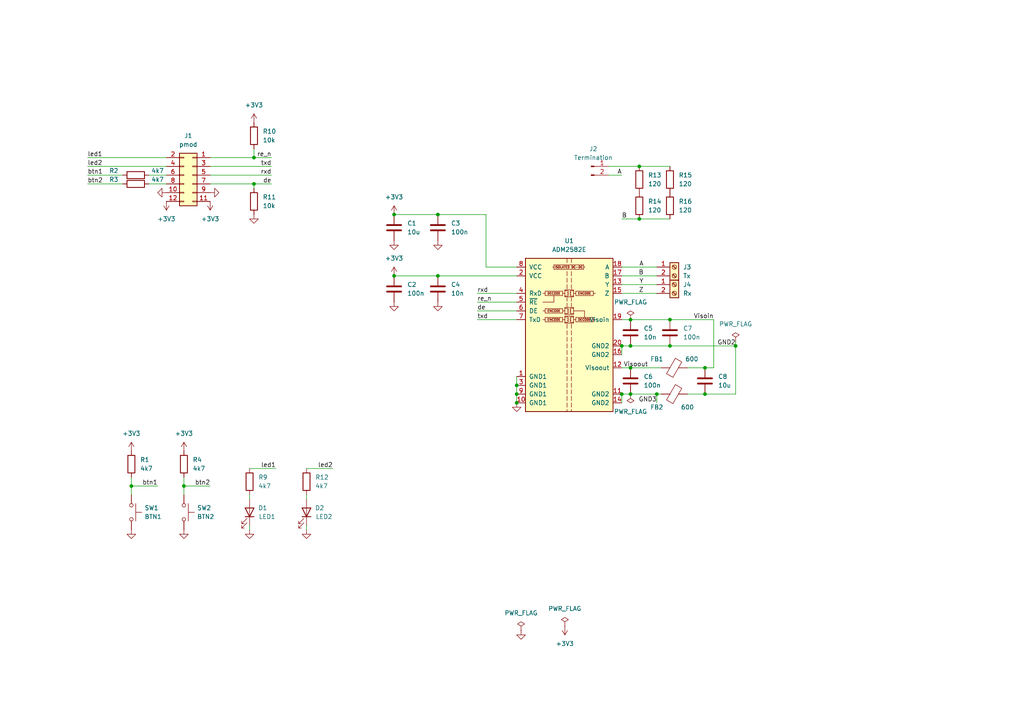
<source format=kicad_sch>
(kicad_sch (version 20230121) (generator eeschema)
  (paper "A4")
  (title_block (title "RS-485 PMOD Module") (date "2023-12-16") (rev "1.0") (company "S59MZ"))
  (lib_symbols
    (symbol "Connector:Conn_01x02_Pin" (pin_names (offset 1.016) hide)
      (property "Reference" "J" (at 0 2.54 0))
      (property "Value" "Conn_01x02_Pin" (at 0 -5.08 0))
      (symbol "Conn_01x02_Pin_1_1"
        (polyline (pts (xy 1.27 -2.54) (xy 0.8636 -2.54)) (stroke (width 0.1524)))
        (polyline (pts (xy 1.27 0) (xy 0.8636 0)) (stroke (width 0.1524)))
        (rectangle (start 0.8636 -2.413) (end 0 -2.667) (stroke (width 0.1524)) (fill (type outline)))
        (rectangle (start 0.8636 0.127) (end 0 -0.127) (stroke (width 0.1524)) (fill (type outline)))
        (pin passive line (at 5.08 0 180) (length 3.81) (name "Pin_1") (number "1"))
        (pin passive line (at 5.08 -2.54 180) (length 3.81) (name "Pin_2") (number "2"))
      )
    )
    (symbol "Connector:Screw_Terminal_01x02" (pin_names (offset 1.016) hide)
      (property "Reference" "J" (at 0 2.54 0))
      (property "Value" "Screw_Terminal_01x02" (at 0 -5.08 0))
      (symbol "Screw_Terminal_01x02_1_1"
        (rectangle (start -1.27 1.27) (end 1.27 -3.81) (stroke (width 0.254)) (fill (type background)))
        (circle (center 0 -2.54) (radius 0.635) (stroke (width 0.1524)))
        (polyline (pts (xy -0.5334 -2.2098) (xy 0.3302 -3.048)) (stroke (width 0.1524)))
        (polyline (pts (xy -0.5334 0.3302) (xy 0.3302 -0.508)) (stroke (width 0.1524)))
        (polyline (pts (xy -0.3556 -2.032) (xy 0.508 -2.8702)) (stroke (width 0.1524)))
        (polyline (pts (xy -0.3556 0.508) (xy 0.508 -0.3302)) (stroke (width 0.1524)))
        (circle (center 0 0) (radius 0.635) (stroke (width 0.1524)))
        (pin passive line (at -5.08 0 0) (length 3.81) (name "Pin_1") (number "1"))
        (pin passive line (at -5.08 -2.54 0) (length 3.81) (name "Pin_2") (number "2"))
      )
    )
    (symbol "Connector_Generic:Conn_02x06_Odd_Even" (pin_names (offset 1.016) hide)
      (property "Reference" "J" (at 1.27 7.62 0))
      (property "Value" "Conn_02x06_Odd_Even" (at 1.27 -10.16 0))
      (symbol "Conn_02x06_Odd_Even_1_1"
        (rectangle (start -1.27 -7.493) (end 0 -7.747) (stroke (width 0.1524)))
        (rectangle (start -1.27 -4.953) (end 0 -5.207) (stroke (width 0.1524)))
        (rectangle (start -1.27 -2.413) (end 0 -2.667) (stroke (width 0.1524)))
        (rectangle (start -1.27 0.127) (end 0 -0.127) (stroke (width 0.1524)))
        (rectangle (start -1.27 2.667) (end 0 2.413) (stroke (width 0.1524)))
        (rectangle (start -1.27 5.207) (end 0 4.953) (stroke (width 0.1524)))
        (rectangle (start -1.27 6.35) (end 3.81 -8.89) (stroke (width 0.254)) (fill (type background)))
        (rectangle (start 3.81 -7.493) (end 2.54 -7.747) (stroke (width 0.1524)))
        (rectangle (start 3.81 -4.953) (end 2.54 -5.207) (stroke (width 0.1524)))
        (rectangle (start 3.81 -2.413) (end 2.54 -2.667) (stroke (width 0.1524)))
        (rectangle (start 3.81 0.127) (end 2.54 -0.127) (stroke (width 0.1524)))
        (rectangle (start 3.81 2.667) (end 2.54 2.413) (stroke (width 0.1524)))
        (rectangle (start 3.81 5.207) (end 2.54 4.953) (stroke (width 0.1524)))
        (pin passive line (at -5.08 5.08 0) (length 3.81) (name "Pin_1") (number "1"))
        (pin passive line (at 7.62 -5.08 180) (length 3.81) (name "Pin_10") (number "10"))
        (pin passive line (at -5.08 -7.62 0) (length 3.81) (name "Pin_11") (number "11"))
        (pin passive line (at 7.62 -7.62 180) (length 3.81) (name "Pin_12") (number "12"))
        (pin passive line (at 7.62 5.08 180) (length 3.81) (name "Pin_2") (number "2"))
        (pin passive line (at -5.08 2.54 0) (length 3.81) (name "Pin_3") (number "3"))
        (pin passive line (at 7.62 2.54 180) (length 3.81) (name "Pin_4") (number "4"))
        (pin passive line (at -5.08 0 0) (length 3.81) (name "Pin_5") (number "5"))
        (pin passive line (at 7.62 0 180) (length 3.81) (name "Pin_6") (number "6"))
        (pin passive line (at -5.08 -2.54 0) (length 3.81) (name "Pin_7") (number "7"))
        (pin passive line (at 7.62 -2.54 180) (length 3.81) (name "Pin_8") (number "8"))
        (pin passive line (at -5.08 -5.08 0) (length 3.81) (name "Pin_9") (number "9"))
      )
    )
    (symbol "Device:C" (pin_numbers hide) (pin_names (offset 0.254))
      (property "Reference" "C" (at 0.635 2.54 0))
      (property "Value" "C" (at 0.635 -2.54 0))
      (symbol "C_0_1"
        (polyline (pts (xy -2.032 -0.762) (xy 2.032 -0.762)) (stroke (width 0.508)))
        (polyline (pts (xy -2.032 0.762) (xy 2.032 0.762)) (stroke (width 0.508)))
      )
      (symbol "C_1_1"
        (pin passive line (at 0 3.81 270) (length 2.794) (name "~") (number "1"))
        (pin passive line (at 0 -3.81 90) (length 2.794) (name "~") (number "2"))
      )
    )
    (symbol "Device:FerriteBead" (pin_numbers hide) (pin_names (offset 0))
      (property "Reference" "FB" (at -3.81 0.635 90))
      (property "Value" "FerriteBead" (at 3.81 0 90))
      (symbol "FerriteBead_0_1"
        (polyline (pts (xy 0 -1.27) (xy 0 -1.2192)))
        (polyline (pts (xy 0 1.27) (xy 0 1.2954)))
        (polyline (pts (xy -2.7686 0.4064) (xy -1.7018 2.2606) (xy 2.7686 -0.3048) (xy 1.6764 -2.159) (xy -2.7686 0.4064)))
      )
      (symbol "FerriteBead_1_1"
        (pin passive line (at 0 3.81 270) (length 2.54) (name "~") (number "1"))
        (pin passive line (at 0 -3.81 90) (length 2.54) (name "~") (number "2"))
      )
    )
    (symbol "Device:LED" (pin_numbers hide) (pin_names (offset 1.016) hide)
      (property "Reference" "D" (at 0 2.54 0))
      (property "Value" "LED" (at 0 -2.54 0))
      (symbol "LED_0_1"
        (polyline (pts (xy -1.27 -1.27) (xy -1.27 1.27)) (stroke (width 0.254)))
        (polyline (pts (xy -1.27 0) (xy 1.27 0)))
        (polyline (pts (xy 1.27 -1.27) (xy 1.27 1.27) (xy -1.27 0) (xy 1.27 -1.27)) (stroke (width 0.254)))
        (polyline (pts (xy -3.048 -0.762) (xy -4.572 -2.286) (xy -3.81 -2.286) (xy -4.572 -2.286) (xy -4.572 -1.524)))
        (polyline (pts (xy -1.778 -0.762) (xy -3.302 -2.286) (xy -2.54 -2.286) (xy -3.302 -2.286) (xy -3.302 -1.524)))
      )
      (symbol "LED_1_1"
        (pin passive line (at -3.81 0 0) (length 2.54) (name "K") (number "1"))
        (pin passive line (at 3.81 0 180) (length 2.54) (name "A") (number "2"))
      )
    )
    (symbol "Device:R" (pin_numbers hide) (pin_names (offset 0))
      (property "Reference" "R" (at 2.032 0 90))
      (property "Value" "R" (at 0 0 90))
      (symbol "R_0_1"
        (rectangle (start -1.016 -2.54) (end 1.016 2.54) (stroke (width 0.254)))
      )
      (symbol "R_1_1"
        (pin passive line (at 0 3.81 270) (length 1.27) (name "~") (number "1"))
        (pin passive line (at 0 -3.81 90) (length 1.27) (name "~") (number "2"))
      )
    )
    (symbol "Interface_UART:ADM2582E" (pin_names (offset 1.016))
      (property "Reference" "U1" (at 0 22.86 0))
      (property "Value" "ADM2582E" (at 0 20.32 0))
      (symbol "ADM2582E_0_0"
        (rectangle (start -1.905 0.635) (end -6.985 -0.635))
        (rectangle (start -1.27 1.016) (end 1.27 -1.016))
        (rectangle (start -1.27 3.556) (end 1.27 1.524))
        (rectangle (start -1.27 8.636) (end 1.27 6.604))
        (arc (start -0.508 -0.762) (mid -0.2551 -0.508) (end -0.508 -0.254))
        (arc (start -0.508 -0.254) (mid -0.2551 0) (end -0.508 0.254))
        (arc (start -0.508 0.254) (mid -0.2551 0.508) (end -0.508 0.762))
        (arc (start -0.508 1.778) (mid -0.2551 2.032) (end -0.508 2.286))
        (arc (start -0.508 2.286) (mid -0.2551 2.54) (end -0.508 2.794))
        (arc (start -0.508 2.794) (mid -0.2551 3.048) (end -0.508 3.302))
        (arc (start -0.508 6.858) (mid -0.2551 7.112) (end -0.508 7.366))
        (arc (start -0.508 7.366) (mid -0.2551 7.62) (end -0.508 7.874))
        (arc (start -0.508 7.874) (mid -0.2551 8.128) (end -0.508 8.382))
        (polyline (pts (xy -6.985 0) (xy -7.62 0)))
        (polyline (pts (xy -6.985 2.54) (xy -7.62 2.54)))
        (polyline (pts (xy -6.985 7.62) (xy -7.62 7.62)))
        (polyline (pts (xy -4.445 14.605) (xy 4.191 14.605)))
        (polyline (pts (xy -4.445 15.24) (xy -4.826 15.24)))
        (polyline (pts (xy -4.445 15.875) (xy -4.445 14.605)))
        (polyline (pts (xy -1.905 0) (xy -1.27 0)))
        (polyline (pts (xy -1.905 2.54) (xy -1.27 2.54)))
        (polyline (pts (xy -1.905 7.62) (xy -1.27 7.62)))
        (polyline (pts (xy -1.27 -0.762) (xy -0.508 -0.762)))
        (polyline (pts (xy -1.27 0.762) (xy -0.508 0.762)))
        (polyline (pts (xy -1.27 1.778) (xy -0.508 1.778)))
        (polyline (pts (xy -1.27 3.302) (xy -0.508 3.302)))
        (polyline (pts (xy -1.27 6.858) (xy -0.508 6.858)))
        (polyline (pts (xy -1.27 8.382) (xy -0.508 8.382)))
        (polyline (pts (xy -0.635 -26.035) (xy -0.635 -26.67)))
        (polyline (pts (xy -0.635 -24.13) (xy -0.635 -25.4)))
        (polyline (pts (xy -0.635 -22.225) (xy -0.635 -23.495)))
        (polyline (pts (xy -0.635 -20.32) (xy -0.635 -21.59)))
        (polyline (pts (xy -0.635 -18.415) (xy -0.635 -19.685)))
        (polyline (pts (xy -0.635 -16.51) (xy -0.635 -17.78)))
        (polyline (pts (xy -0.635 -14.605) (xy -0.635 -15.875)))
        (polyline (pts (xy -0.635 -12.7) (xy -0.635 -13.97)))
        (polyline (pts (xy -0.635 -10.795) (xy -0.635 -12.065)))
        (polyline (pts (xy -0.635 -8.89) (xy -0.635 -10.16)))
        (polyline (pts (xy -0.635 -6.985) (xy -0.635 -8.255)))
        (polyline (pts (xy -0.635 -5.08) (xy -0.635 -6.35)))
        (polyline (pts (xy -0.635 -3.175) (xy -0.635 -4.445)))
        (polyline (pts (xy -0.635 -1.27) (xy -0.635 -2.54)))
        (polyline (pts (xy -0.635 4.826) (xy -0.635 3.81)))
        (polyline (pts (xy -0.635 6.35) (xy -0.635 5.334)))
        (polyline (pts (xy -0.635 8.89) (xy -0.635 10.16)))
        (polyline (pts (xy -0.635 10.795) (xy -0.635 12.065)))
        (polyline (pts (xy -0.635 12.7) (xy -0.635 13.97)))
        (polyline (pts (xy -0.635 17.78) (xy -0.635 16.51)))
        (polyline (pts (xy 0.635 -26.035) (xy 0.635 -26.67)))
        (polyline (pts (xy 0.635 -24.13) (xy 0.635 -25.4)))
        (polyline (pts (xy 0.635 -22.225) (xy 0.635 -23.495)))
        (polyline (pts (xy 0.635 -20.32) (xy 0.635 -21.59)))
        (polyline (pts (xy 0.635 -18.415) (xy 0.635 -19.685)))
        (polyline (pts (xy 0.635 -16.51) (xy 0.635 -17.78)))
        (polyline (pts (xy 0.635 -14.605) (xy 0.635 -15.875)))
        (polyline (pts (xy 0.635 -12.7) (xy 0.635 -13.97)))
        (polyline (pts (xy 0.635 -10.795) (xy 0.635 -12.065)))
        (polyline (pts (xy 0.635 -8.89) (xy 0.635 -10.16)))
        (polyline (pts (xy 0.635 -6.985) (xy 0.635 -8.255)))
        (polyline (pts (xy 0.635 -5.08) (xy 0.635 -6.35)))
        (polyline (pts (xy 0.635 -3.175) (xy 0.635 -4.445)))
        (polyline (pts (xy 0.635 -1.27) (xy 0.635 -2.54)))
        (polyline (pts (xy 0.635 3.81) (xy 0.635 4.826)))
        (polyline (pts (xy 0.635 6.35) (xy 0.635 5.334)))
        (polyline (pts (xy 0.635 8.89) (xy 0.635 10.16)))
        (polyline (pts (xy 0.635 12.065) (xy 0.635 10.795)))
        (polyline (pts (xy 0.635 13.97) (xy 0.635 12.7)))
        (polyline (pts (xy 0.635 17.78) (xy 0.635 16.51)))
        (polyline (pts (xy 1.27 -0.762) (xy 0.508 -0.762)))
        (polyline (pts (xy 1.27 0.762) (xy 0.508 0.762)))
        (polyline (pts (xy 1.27 1.778) (xy 0.508 1.778)))
        (polyline (pts (xy 1.27 3.302) (xy 0.508 3.302)))
        (polyline (pts (xy 1.27 6.858) (xy 0.508 6.858)))
        (polyline (pts (xy 1.27 8.382) (xy 0.508 8.382)))
        (polyline (pts (xy 1.905 0) (xy 1.27 0)))
        (polyline (pts (xy 1.905 7.62) (xy 1.27 7.62)))
        (polyline (pts (xy 4.191 15.24) (xy 4.572 15.24)))
        (polyline (pts (xy 4.191 15.875) (xy -4.445 15.875)))
        (polyline (pts (xy 4.191 15.875) (xy 4.191 14.605)))
        (polyline (pts (xy 6.985 0) (xy 7.62 0)))
        (polyline (pts (xy 6.985 7.62) (xy 7.62 7.62)))
        (arc (start 0.508 -0.254) (mid 0.2551 -0.508) (end 0.508 -0.762))
        (arc (start 0.508 0.254) (mid 0.2551 0) (end 0.508 -0.254))
        (arc (start 0.508 0.762) (mid 0.2551 0.508) (end 0.508 0.254))
        (arc (start 0.508 2.286) (mid 0.2551 2.032) (end 0.508 1.778))
        (arc (start 0.508 2.794) (mid 0.2551 2.54) (end 0.508 2.286))
        (arc (start 0.508 3.302) (mid 0.2551 3.048) (end 0.508 2.794))
        (arc (start 0.508 7.366) (mid 0.2551 7.112) (end 0.508 6.858))
        (arc (start 0.508 7.874) (mid 0.2551 7.62) (end 0.508 7.366))
        (arc (start 0.508 8.382) (mid 0.2551 8.128) (end 0.508 7.874))
        (rectangle (start 1.905 0.635) (end 6.985 -0.635))
        (rectangle (start 1.905 8.255) (end 6.985 6.985))
        (text "DECODE" (at -4.445 7.62 0) (effects (font (size 0.635 0.635))))
        (text "DECODE" (at 4.445 0 0) (effects (font (size 0.635 0.635))))
        (text "ENCODE" (at -4.445 0 0) (effects (font (size 0.635 0.635))))
        (text "ENCODE" (at -4.445 2.54 0) (effects (font (size 0.635 0.635))))
        (text "ENCODE" (at 4.445 7.62 0) (effects (font (size 0.635 0.635))))
        (text "ISOLATED DC-DC" (at -0.127 15.24 0) (effects (font (size 0.635 0.635))))
      )
      (symbol "ADM2582E_0_1"
        (rectangle (start -12.7 17.78) (end 12.7 -26.67) (stroke (width 0.254)) (fill (type background)))
        (rectangle (start -1.905 3.175) (end -6.985 1.905))
        (rectangle (start -1.905 8.255) (end -6.985 6.985))
        (polyline (pts (xy -7.62 5.08) (xy -4.445 5.08) (xy -4.445 6.985)))
        (polyline (pts (xy 1.27 2.54) (xy 4.445 2.54) (xy 4.445 0.635)))
      )
      (symbol "ADM2582E_1_1"
        (pin power_in line (at -15.24 -16.51 0) (length 2.54) (name "GND1") (number "1"))
        (pin power_in line (at -15.24 -24.13 0) (length 2.54) (name "GND1") (number "10"))
        (pin power_in line (at 15.24 -21.59 180) (length 2.54) (name "GND2") (number "11"))
        (pin power_out line (at 15.24 -13.97 180) (length 2.54) (name "Visoout") (number "12"))
        (pin output line (at 15.24 10.16 180) (length 2.54) (name "Y") (number "13"))
        (pin power_in line (at 15.24 -24.13 180) (length 2.54) (name "GND2") (number "14"))
        (pin output line (at 15.24 7.62 180) (length 2.54) (name "Z") (number "15"))
        (pin power_in line (at 15.24 -10.16 180) (length 2.54) (name "GND2") (number "16"))
        (pin input line (at 15.24 12.7 180) (length 2.54) (name "B") (number "17"))
        (pin input line (at 15.24 15.24 180) (length 2.54) (name "A") (number "18"))
        (pin power_in line (at 15.24 0 180) (length 2.54) (name "Visoin") (number "19"))
        (pin power_in line (at -15.24 12.7 0) (length 2.54) (name "VCC") (number "2"))
        (pin power_in line (at 15.24 -7.62 180) (length 2.54) (name "GND2") (number "20"))
        (pin power_in line (at -15.24 -19.05 0) (length 2.54) (name "GND1") (number "3"))
        (pin output line (at -15.24 7.62 0) (length 2.54) (name "RxD") (number "4"))
        (pin input line (at -15.24 5.08 0) (length 2.54) (name "~{RE}") (number "5"))
        (pin input line (at -15.24 2.54 0) (length 2.54) (name "DE") (number "6"))
        (pin input line (at -15.24 0 0) (length 2.54) (name "TxD") (number "7"))
        (pin power_in line (at -15.24 15.24 0) (length 2.54) (name "VCC") (number "8"))
        (pin power_in line (at -15.24 -21.59 0) (length 2.54) (name "GND1") (number "9"))
      )
    )
    (symbol "PWR_FLAG_1" (power) (pin_numbers hide) (pin_names (offset 0) hide)
      (property "Value" "PWR_FLAG_1" (at 0 3.81 0))
      (symbol "PWR_FLAG_1_0_0"
        (pin power_out line (at 0 0 90) (length 0) (name "pwr") (number "1"))
      )
      (symbol "PWR_FLAG_1_0_1"
        (polyline (pts (xy 0 0) (xy 0 1.27) (xy -1.016 1.905) (xy 0 2.54) (xy 1.016 1.905) (xy 0 1.27)))
      )
    )
    (symbol "Switch:SW_Push" (pin_numbers hide) (pin_names (offset 1.016) hide)
      (property "Reference" "SW" (at 1.27 2.54 0))
      (property "Value" "SW_Push" (at 0 -1.524 0))
      (symbol "SW_Push_0_1"
        (circle (center -2.032 0) (radius 0.508))
        (polyline (pts (xy 0 1.27) (xy 0 3.048)))
        (polyline (pts (xy 2.54 1.27) (xy -2.54 1.27)))
        (circle (center 2.032 0) (radius 0.508))
        (pin passive line (at -5.08 0 0) (length 2.54) (name "1") (number "1"))
        (pin passive line (at 5.08 0 180) (length 2.54) (name "2") (number "2"))
      )
    )
    (symbol "power:+3V3" (power) (pin_names (offset 0))
      (property "Value" "+3V3" (at 0 3.556 0))
      (symbol "+3V3_0_1"
        (polyline (pts (xy -0.762 1.27) (xy 0 2.54)))
        (polyline (pts (xy 0 0) (xy 0 2.54)))
        (polyline (pts (xy 0 2.54) (xy 0.762 1.27)))
      )
      (symbol "+3V3_1_1"
        (pin power_in line (at 0 0 90) (length 0) hide (name "+3V3") (number "1"))
      )
    )
    (symbol "power:GND" (power) (pin_names (offset 0))
      (property "Value" "GND" (at 0 -3.81 0))
      (symbol "GND_0_1"
        (polyline (pts (xy 0 0) (xy 0 -1.27) (xy 1.27 -1.27) (xy 0 -2.54) (xy -1.27 -1.27) (xy 0 -1.27)))
      )
      (symbol "GND_1_1"
        (pin power_in line (at 0 0 270) (length 0) hide (name "GND") (number "1"))
      )
    )
  )
  (junction (at 204.47 114.3))
  (junction (at 182.88 106.68))
  (junction (at 185.42 63.5))
  (junction (at 213.36 100.33))
  (junction (at 182.88 92.71))
  (junction (at 194.31 92.71))
  (junction (at 53.34 140.97))
  (junction (at 180.34 100.33))
  (junction (at 127 80.01))
  (junction (at 149.86 111.76))
  (junction (at 204.47 106.68))
  (junction (at 182.88 114.3))
  (junction (at 190.5 114.3))
  (junction (at 194.31 100.33))
  (junction (at 73.66 45.72))
  (junction (at 182.88 100.33))
  (junction (at 185.42 48.26))
  (junction (at 127 62.23))
  (junction (at 114.3 62.23))
  (junction (at 38.1 140.97))
  (junction (at 149.86 116.84))
  (junction (at 149.86 114.3))
  (junction (at 73.66 53.34))
  (junction (at 180.34 114.3))
  (junction (at 114.3 80.01))
  (wire (pts (xy 190.5 80.01) (xy 180.34 80.01)))
  (wire (pts (xy 180.34 114.3) (xy 180.34 116.84)))
  (wire (pts (xy 149.86 111.76) (xy 149.86 114.3)))
  (wire (pts (xy 114.3 62.23) (xy 127 62.23)))
  (wire (pts (xy 149.86 87.63) (xy 138.43 87.63)))
  (wire (pts (xy 204.47 106.68) (xy 199.39 106.68)))
  (wire (pts (xy 38.1 140.97) (xy 38.1 143.51)))
  (wire (pts (xy 72.39 143.51) (xy 72.39 144.78)))
  (wire (pts (xy 149.86 90.17) (xy 138.43 90.17)))
  (wire (pts (xy 73.66 53.34) (xy 78.74 53.34)))
  (wire (pts (xy 38.1 138.43) (xy 38.1 140.97)))
  (wire (pts (xy 207.01 106.68) (xy 204.47 106.68)))
  (wire (pts (xy 88.9 143.51) (xy 88.9 144.78)))
  (wire (pts (xy 53.34 140.97) (xy 60.96 140.97)))
  (wire (pts (xy 73.66 43.18) (xy 73.66 45.72)))
  (wire (pts (xy 180.34 63.5) (xy 185.42 63.5)))
  (wire (pts (xy 182.88 114.3) (xy 190.5 114.3)))
  (wire (pts (xy 207.01 92.71) (xy 207.01 106.68)))
  (wire (pts (xy 190.5 77.47) (xy 180.34 77.47)))
  (wire (pts (xy 25.4 53.34) (xy 35.56 53.34)))
  (wire (pts (xy 180.34 92.71) (xy 182.88 92.71)))
  (wire (pts (xy 60.96 45.72) (xy 73.66 45.72)))
  (wire (pts (xy 176.53 48.26) (xy 185.42 48.26)))
  (wire (pts (xy 182.88 92.71) (xy 194.31 92.71)))
  (wire (pts (xy 199.39 114.3) (xy 204.47 114.3)))
  (wire (pts (xy 140.97 77.47) (xy 140.97 62.23)))
  (wire (pts (xy 43.18 50.8) (xy 48.26 50.8)))
  (wire (pts (xy 190.5 114.3) (xy 191.77 114.3)))
  (wire (pts (xy 127 80.01) (xy 149.86 80.01)))
  (wire (pts (xy 38.1 140.97) (xy 45.72 140.97)))
  (wire (pts (xy 88.9 152.4) (xy 88.9 153.67)))
  (wire (pts (xy 149.86 114.3) (xy 149.86 116.84)))
  (wire (pts (xy 114.3 80.01) (xy 127 80.01)))
  (wire (pts (xy 25.4 48.26) (xy 48.26 48.26)))
  (wire (pts (xy 182.88 100.33) (xy 194.31 100.33)))
  (wire (pts (xy 182.88 106.68) (xy 191.77 106.68)))
  (wire (pts (xy 190.5 85.09) (xy 180.34 85.09)))
  (wire (pts (xy 60.96 50.8) (xy 78.74 50.8)))
  (wire (pts (xy 149.86 92.71) (xy 138.43 92.71)))
  (wire (pts (xy 149.86 85.09) (xy 138.43 85.09)))
  (wire (pts (xy 60.96 53.34) (xy 73.66 53.34)))
  (wire (pts (xy 149.86 77.47) (xy 140.97 77.47)))
  (wire (pts (xy 60.96 48.26) (xy 78.74 48.26)))
  (wire (pts (xy 53.34 138.43) (xy 53.34 140.97)))
  (wire (pts (xy 73.66 45.72) (xy 78.74 45.72)))
  (wire (pts (xy 194.31 92.71) (xy 207.01 92.71)))
  (wire (pts (xy 180.34 100.33) (xy 182.88 100.33)))
  (wire (pts (xy 149.86 109.22) (xy 149.86 111.76)))
  (wire (pts (xy 73.66 53.34) (xy 73.66 54.61)))
  (wire (pts (xy 25.4 50.8) (xy 35.56 50.8)))
  (wire (pts (xy 185.42 48.26) (xy 194.31 48.26)))
  (wire (pts (xy 180.34 114.3) (xy 182.88 114.3)))
  (wire (pts (xy 25.4 45.72) (xy 48.26 45.72)))
  (wire (pts (xy 213.36 114.3) (xy 213.36 100.33)))
  (wire (pts (xy 213.36 99.06) (xy 213.36 100.33)))
  (wire (pts (xy 180.34 106.68) (xy 182.88 106.68)))
  (wire (pts (xy 88.9 135.89) (xy 96.52 135.89)))
  (wire (pts (xy 185.42 63.5) (xy 194.31 63.5)))
  (wire (pts (xy 180.34 50.8) (xy 176.53 50.8)))
  (wire (pts (xy 140.97 62.23) (xy 127 62.23)))
  (wire (pts (xy 72.39 135.89) (xy 80.01 135.89)))
  (wire (pts (xy 190.5 82.55) (xy 180.34 82.55)))
  (wire (pts (xy 213.36 100.33) (xy 194.31 100.33)))
  (wire (pts (xy 190.5 116.84) (xy 190.5 114.3)))
  (wire (pts (xy 53.34 140.97) (xy 53.34 143.51)))
  (wire (pts (xy 43.18 53.34) (xy 48.26 53.34)))
  (wire (pts (xy 72.39 152.4) (xy 72.39 153.67)))
  (wire (pts (xy 180.34 102.87) (xy 180.34 100.33)))
  (wire (pts (xy 204.47 114.3) (xy 213.36 114.3)))
  (label "led2" (at 96.52 135.89 180))
  (label "re_n" (at 138.43 87.63 0))
  (label "led1" (at 80.01 135.89 180))
  (label "de" (at 78.74 53.34 180))
  (label "A" (at 180.34 50.8 180))
  (label "B" (at 180.34 63.5 0))
  (label "re_n" (at 78.74 45.72 180))
  (label "Z" (at 186.69 85.09 180))
  (label "Y" (at 186.69 82.55 180))
  (label "led2" (at 25.4 48.26 0))
  (label "GND2" (at 213.36 100.33 180))
  (label "txd" (at 138.43 92.71 0))
  (label "de" (at 138.43 90.17 0))
  (label "A" (at 186.69 77.47 180))
  (label "btn2" (at 60.96 140.97 180))
  (label "txd" (at 78.74 48.26 180))
  (label "rxd" (at 138.43 85.09 0))
  (label "btn2" (at 25.4 53.34 0))
  (label "Visoin" (at 207.01 92.71 180))
  (label "GND3" (at 190.5 116.84 180))
  (label "rxd" (at 78.74 50.8 180))
  (label "btn1" (at 45.72 140.97 180))
  (label "Visoout" (at 187.96 106.68 180))
  (label "btn1" (at 25.4 50.8 0))
  (label "led1" (at 25.4 45.72 0))
  (label "B" (at 186.69 80.01 180))
  (symbol (lib_id "Device:C") (at 194.31 96.52 0) (unit 1)
    (property "Reference" "C7" (at 198.12 95.2499 0) (effects (justify left)))
    (property "Value" "100n" (at 198.12 97.7899 0) (effects (justify left)))
    (property "Footprint" "Capacitor_SMD:C_0603_1608Metric_Pad1.08x0.95mm_HandSolder" (effects hide))
  )
  (symbol (lib_id "Device:R") (at 185.42 52.07 0) (unit 1)
    (property "Reference" "R13" (at 187.96 50.8 0) (effects (justify left)))
    (property "Value" "120" (at 187.96 53.34 0) (effects (justify left)))
    (property "Footprint" "Resistor_SMD:R_0603_1608Metric_Pad0.98x0.95mm_HandSolder" (effects hide))
  )
  (symbol (lib_id "Device:C") (at 127 83.82 0) (unit 1)
    (property "Reference" "C4" (at 130.81 82.55 0) (effects (justify left)))
    (property "Value" "10n" (at 130.81 85.09 0) (effects (justify left)))
    (property "Footprint" "Capacitor_SMD:C_0603_1608Metric_Pad1.08x0.95mm_HandSolder" (effects hide))
  )
  (symbol (lib_id "power:GND") (at 114.3 69.85 0) (unit 1)
    (property "Reference" "#PWR014" (effects hide))
    (property "Value" "GND" (effects hide))
  )
  (symbol (lib_id "power:+3V3") (at 114.3 62.23 0) (unit 1)
    (property "Reference" "#PWR013" (effects hide))
    (property "Value" "+3V3" (at 114.3 57.15 0))
  )
  (symbol (lib_name "PWR_FLAG_1") (lib_id "power:PWR_FLAG") (at 163.83 181.61 0) (unit 1)
    (property "Reference" "#FLG01" (effects hide))
    (property "Value" "PWR_FLAG" (at 163.83 176.53 0))
  )
  (symbol (lib_id "Switch:SW_Push") (at 38.1 148.59 270) (unit 1)
    (property "Reference" "SW1" (at 41.91 147.32 90) (effects (justify left)))
    (property "Value" "BTN1" (at 41.91 149.86 90) (effects (justify left)))
    (property "Footprint" "Button_Switch_SMD:SW_SPST_FSMSM" (effects hide))
  )
  (symbol (lib_id "Device:R") (at 73.66 58.42 0) (unit 1)
    (property "Reference" "R11" (at 76.2 57.15 0) (effects (justify left)))
    (property "Value" "10k" (at 76.2 59.69 0) (effects (justify left)))
    (property "Footprint" "Resistor_SMD:R_0603_1608Metric_Pad0.98x0.95mm_HandSolder" (effects hide))
  )
  (symbol (lib_id "Device:R") (at 194.31 52.07 0) (unit 1)
    (property "Reference" "R15" (at 196.85 50.8 0) (effects (justify left)))
    (property "Value" "120" (at 196.85 53.34 0) (effects (justify left)))
    (property "Footprint" "Resistor_SMD:R_0603_1608Metric_Pad0.98x0.95mm_HandSolder" (effects hide))
  )
  (symbol (lib_id "power:GND") (at 149.86 116.84 0) (unit 1)
    (property "Reference" "#PWR019" (effects hide))
    (property "Value" "GND" (effects hide))
  )
  (symbol (lib_id "Device:C") (at 204.47 110.49 0) (unit 1)
    (property "Reference" "C8" (at 208.28 109.22 0) (effects (justify left)))
    (property "Value" "10u" (at 208.28 111.76 0) (effects (justify left)))
    (property "Footprint" "Capacitor_SMD:C_0603_1608Metric_Pad1.08x0.95mm_HandSolder" (effects hide))
  )
  (symbol (lib_id "Device:R") (at 39.37 53.34 270) (unit 1)
    (property "Reference" "R3" (at 33.02 52.07 90))
    (property "Value" "4k7" (at 45.72 52.07 90))
    (property "Footprint" "Resistor_SMD:R_0603_1608Metric_Pad0.98x0.95mm_HandSolder" (effects hide))
  )
  (symbol (lib_id "power:GND") (at 151.13 182.88 0) (unit 1)
    (property "Reference" "#PWR021" (effects hide))
    (property "Value" "GND" (effects hide))
  )
  (symbol (lib_id "Device:R") (at 73.66 39.37 0) (unit 1)
    (property "Reference" "R10" (at 76.2 38.1 0) (effects (justify left)))
    (property "Value" "10k" (at 76.2 40.64 0) (effects (justify left)))
    (property "Footprint" "Resistor_SMD:R_0603_1608Metric_Pad0.98x0.95mm_HandSolder" (effects hide))
  )
  (symbol (lib_id "Device:R") (at 185.42 59.69 0) (unit 1)
    (property "Reference" "R14" (at 187.96 58.42 0) (effects (justify left)))
    (property "Value" "120" (at 187.96 60.96 0) (effects (justify left)))
    (property "Footprint" "Resistor_SMD:R_0603_1608Metric_Pad0.98x0.95mm_HandSolder" (effects hide))
  )
  (symbol (lib_id "Device:R") (at 72.39 139.7 0) (unit 1)
    (property "Reference" "R9" (at 74.93 138.43 0) (effects (justify left)))
    (property "Value" "4k7" (at 74.93 140.97 0) (effects (justify left)))
    (property "Footprint" "Resistor_SMD:R_0603_1608Metric_Pad0.98x0.95mm_HandSolder" (effects hide))
  )
  (symbol (lib_id "power:+3V3") (at 60.96 58.42 180) (unit 1)
    (property "Reference" "#PWR08" (effects hide))
    (property "Value" "+3V3" (at 60.96 63.5 0))
  )
  (symbol (lib_id "Device:R") (at 39.37 50.8 270) (unit 1)
    (property "Reference" "R2" (at 33.02 49.53 90))
    (property "Value" "4k7" (at 45.72 49.53 90))
    (property "Footprint" "Resistor_SMD:R_0603_1608Metric_Pad0.98x0.95mm_HandSolder" (effects hide))
  )
  (symbol (lib_id "Device:C") (at 127 66.04 0) (unit 1)
    (property "Reference" "C3" (at 130.81 64.7699 0) (effects (justify left)))
    (property "Value" "100n" (at 130.81 67.3099 0) (effects (justify left)))
    (property "Footprint" "Capacitor_SMD:C_0603_1608Metric_Pad1.08x0.95mm_HandSolder" (effects hide))
  )
  (symbol (lib_id "Device:LED") (at 88.9 148.59 270) (mirror x) (unit 1)
    (property "Reference" "D2" (at 92.71 147.32 90))
    (property "Value" "LED2" (at 93.98 149.86 90))
    (property "Footprint" "LED_SMD:LED_0603_1608Metric_Pad1.05x0.95mm_HandSolder" (effects hide))
  )
  (symbol (lib_id "power:GND") (at 48.26 55.88 270) (mirror x) (unit 1)
    (property "Reference" "#PWR03" (effects hide))
    (property "Value" "GND" (effects hide))
  )
  (symbol (lib_id "power:+3V3") (at 73.66 35.56 0) (unit 1)
    (property "Reference" "#PWR010" (effects hide))
    (property "Value" "+3V3" (at 73.66 30.48 0))
  )
  (symbol (lib_id "Connector:Screw_Terminal_01x02") (at 195.58 82.55 0) (unit 1)
    (property "Reference" "J4" (at 198.12 82.55 0) (effects (justify left)))
    (property "Value" "Rx" (at 198.12 85.09 0) (effects (justify left)))
    (property "Footprint" "Library:TerminalBlock_bornier-2_P5.08mm" (effects hide))
  )
  (symbol (lib_id "Device:R") (at 194.31 59.69 0) (unit 1)
    (property "Reference" "R16" (at 196.85 58.42 0) (effects (justify left)))
    (property "Value" "120" (at 196.85 60.96 0) (effects (justify left)))
    (property "Footprint" "Resistor_SMD:R_0603_1608Metric_Pad0.98x0.95mm_HandSolder" (effects hide))
  )
  (symbol (lib_id "power:+3V3") (at 48.26 58.42 180) (unit 1)
    (property "Reference" "#PWR04" (effects hide))
    (property "Value" "+3V3" (at 48.26 63.5 0))
  )
  (symbol (lib_id "power:+3V3") (at 114.3 80.01 0) (unit 1)
    (property "Reference" "#PWR015" (effects hide))
    (property "Value" "+3V3" (at 114.3 74.93 0))
  )
  (symbol (lib_id "power:+3V3") (at 163.83 181.61 180) (unit 1)
    (property "Reference" "#PWR020" (effects hide))
    (property "Value" "+3V3" (at 163.83 186.69 0))
  )
  (symbol (lib_id "power:GND") (at 127 69.85 0) (unit 1)
    (property "Reference" "#PWR017" (effects hide))
    (property "Value" "GND" (effects hide))
  )
  (symbol (lib_id "Device:R") (at 88.9 139.7 0) (unit 1)
    (property "Reference" "R12" (at 91.44 138.43 0) (effects (justify left)))
    (property "Value" "4k7" (at 91.44 140.97 0) (effects (justify left)))
    (property "Footprint" "Resistor_SMD:R_0603_1608Metric_Pad0.98x0.95mm_HandSolder" (effects hide))
  )
  (symbol (lib_id "Device:LED") (at 72.39 148.59 270) (mirror x) (unit 1)
    (property "Reference" "D1" (at 76.2 147.32 90))
    (property "Value" "LED1" (at 77.47 149.86 90))
    (property "Footprint" "LED_SMD:LED_0603_1608Metric_Pad1.05x0.95mm_HandSolder" (effects hide))
  )
  (symbol (lib_id "power:GND") (at 72.39 153.67 0) (unit 1)
    (property "Reference" "#PWR09" (effects hide))
    (property "Value" "GND" (effects hide))
  )
  (symbol (lib_name "PWR_FLAG_1") (lib_id "power:PWR_FLAG") (at 213.36 99.06 0) (unit 1)
    (property "Reference" "#FLG04" (effects hide))
    (property "Value" "PWR_FLAG" (at 213.36 93.98 0))
  )
  (symbol (lib_name "PWR_FLAG_1") (lib_id "power:PWR_FLAG") (at 182.88 92.71 0) (unit 1)
    (property "Reference" "#FLG02" (effects hide))
    (property "Value" "PWR_FLAG" (at 182.88 87.63 0))
  )
  (symbol (lib_id "power:GND") (at 73.66 62.23 0) (unit 1)
    (property "Reference" "#PWR011" (effects hide))
    (property "Value" "GND" (effects hide))
  )
  (symbol (lib_id "Connector:Screw_Terminal_01x02") (at 195.58 77.47 0) (unit 1)
    (property "Reference" "J3" (at 198.12 77.47 0) (effects (justify left)))
    (property "Value" "Tx" (at 198.12 80.01 0) (effects (justify left)))
    (property "Footprint" "Library:TerminalBlock_bornier-2_P5.08mm" (effects hide))
  )
  (symbol (lib_id "Connector:Conn_01x02_Pin") (at 171.45 48.26 0) (unit 1)
    (property "Reference" "J2" (at 172.085 43.18 0))
    (property "Value" "Termination" (at 172.085 45.72 0))
    (property "Footprint" "Connector_PinHeader_2.54mm:PinHeader_1x02_P2.54mm_Vertical" (effects hide))
  )
  (symbol (lib_id "Device:R") (at 53.34 134.62 0) (unit 1)
    (property "Reference" "R4" (at 55.88 133.35 0) (effects (justify left)))
    (property "Value" "4k7" (at 55.88 135.89 0) (effects (justify left)))
    (property "Footprint" "Resistor_SMD:R_0603_1608Metric_Pad0.98x0.95mm_HandSolder" (effects hide))
  )
  (symbol (lib_id "power:GND") (at 38.1 153.67 0) (unit 1)
    (property "Reference" "#PWR02" (effects hide))
    (property "Value" "GND" (effects hide))
  )
  (symbol (lib_id "power:GND") (at 114.3 87.63 0) (unit 1)
    (property "Reference" "#PWR016" (effects hide))
    (property "Value" "GND" (effects hide))
  )
  (symbol (lib_id "Device:C") (at 182.88 96.52 0) (unit 1)
    (property "Reference" "C5" (at 186.69 95.25 0) (effects (justify left)))
    (property "Value" "10n" (at 186.69 97.79 0) (effects (justify left)))
    (property "Footprint" "Capacitor_SMD:C_0603_1608Metric_Pad1.08x0.95mm_HandSolder" (effects hide))
  )
  (symbol (lib_id "power:GND") (at 53.34 153.67 0) (unit 1)
    (property "Reference" "#PWR06" (effects hide))
    (property "Value" "GND" (effects hide))
  )
  (symbol (lib_id "Switch:SW_Push") (at 53.34 148.59 270) (unit 1)
    (property "Reference" "SW2" (at 57.15 147.32 90) (effects (justify left)))
    (property "Value" "BTN2" (at 57.15 149.86 90) (effects (justify left)))
    (property "Footprint" "Button_Switch_SMD:SW_SPST_FSMSM" (effects hide))
  )
  (symbol (lib_id "Device:C") (at 182.88 110.49 0) (unit 1)
    (property "Reference" "C6" (at 186.69 109.2199 0) (effects (justify left)))
    (property "Value" "100n" (at 186.69 111.7599 0) (effects (justify left)))
    (property "Footprint" "Capacitor_SMD:C_0603_1608Metric_Pad1.08x0.95mm_HandSolder" (effects hide))
  )
  (symbol (lib_id "power:GND") (at 88.9 153.67 0) (unit 1)
    (property "Reference" "#PWR012" (effects hide))
    (property "Value" "GND" (effects hide))
  )
  (symbol (lib_name "PWR_FLAG_1") (lib_id "power:PWR_FLAG") (at 151.13 182.88 0) (unit 1)
    (property "Reference" "#FLG03" (effects hide))
    (property "Value" "PWR_FLAG" (at 151.13 177.8 0))
  )
  (symbol (lib_id "Connector_Generic:Conn_02x06_Odd_Even") (at 55.88 50.8 0) (mirror y) (unit 1)
    (property "Reference" "J1" (at 54.61 39.37 0))
    (property "Value" "pmod" (at 54.61 41.91 0))
    (property "Footprint" "Library:PinHeader_2x06_P2.54mm_Horizontal" (effects hide))
  )
  (symbol (lib_id "power:+3V3") (at 38.1 130.81 0) (unit 1)
    (property "Reference" "#PWR01" (effects hide))
    (property "Value" "+3V3" (at 38.1 125.73 0))
  )
  (symbol (lib_id "Device:C") (at 114.3 83.82 0) (unit 1)
    (property "Reference" "C2" (at 118.11 82.5499 0) (effects (justify left)))
    (property "Value" "100n" (at 118.11 85.0899 0) (effects (justify left)))
    (property "Footprint" "Capacitor_SMD:C_0603_1608Metric_Pad1.08x0.95mm_HandSolder" (effects hide))
  )
  (symbol (lib_id "Interface_UART:ADM2582E") (at 165.1 92.71 0) (unit 1)
    (property "Reference" "U1" (at 165.1 69.85 0))
    (property "Value" "ADM2582E" (at 165.1 72.39 0))
    (property "Footprint" "Package_SO:SOIC-20W_7.5x12.8mm_P1.27mm" (effects hide))
    (property "Datasheet" "www.analog.com/media/en/technical-documentation/data-sheets/ADM2582E_2587E.pdf" (effects hide))
  )
  (symbol (lib_id "Device:FerriteBead") (at 195.58 106.68 90) (unit 1)
    (property "Reference" "FB1" (at 190.5 104.14 90))
    (property "Value" "600" (at 200.66 104.14 90))
    (property "Footprint" "Inductor_SMD:L_0603_1608Metric_Pad1.05x0.95mm_HandSolder" (effects hide))
  )
  (symbol (lib_id "Device:C") (at 114.3 66.04 0) (unit 1)
    (property "Reference" "C1" (at 118.11 64.77 0) (effects (justify left)))
    (property "Value" "10u" (at 118.11 67.31 0) (effects (justify left)))
    (property "Footprint" "Capacitor_SMD:C_0603_1608Metric_Pad1.08x0.95mm_HandSolder" (effects hide))
  )
  (symbol (lib_id "power:+3V3") (at 53.34 130.81 0) (unit 1)
    (property "Reference" "#PWR05" (effects hide))
    (property "Value" "+3V3" (at 53.34 125.73 0))
  )
  (symbol (lib_name "PWR_FLAG_1") (lib_id "power:PWR_FLAG") (at 182.88 114.3 0) (mirror x) (unit 1)
    (property "Reference" "#FLG05" (effects hide))
    (property "Value" "PWR_FLAG" (at 182.88 119.38 0))
  )
  (symbol (lib_id "power:GND") (at 127 87.63 0) (unit 1)
    (property "Reference" "#PWR018" (effects hide))
    (property "Value" "GND" (effects hide))
  )
  (symbol (lib_id "Device:FerriteBead") (at 195.58 114.3 90) (unit 1)
    (property "Reference" "FB2" (at 190.5 118.11 90))
    (property "Value" "600" (at 199.39 118.11 90))
    (property "Footprint" "Inductor_SMD:L_0603_1608Metric_Pad1.05x0.95mm_HandSolder" (effects hide))
  )
  (symbol (lib_id "power:GND") (at 60.96 55.88 90) (unit 1)
    (property "Reference" "#PWR07" (effects hide))
    (property "Value" "GND" (effects hide))
  )
  (symbol (lib_id "Device:R") (at 38.1 134.62 0) (unit 1)
    (property "Reference" "R1" (at 40.64 133.35 0) (effects (justify left)))
    (property "Value" "4k7" (at 40.64 135.89 0) (effects (justify left)))
    (property "Footprint" "Resistor_SMD:R_0603_1608Metric_Pad0.98x0.95mm_HandSolder" (effects hide))
  )
)
</source>
